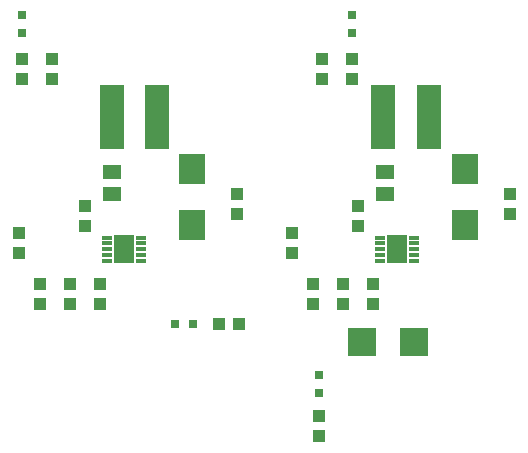
<source format=gtp>
G75*
%MOIN*%
%OFA0B0*%
%FSLAX25Y25*%
%IPPOS*%
%LPD*%
%AMOC8*
5,1,8,0,0,1.08239X$1,22.5*
%
%ADD10R,0.03150X0.03150*%
%ADD11R,0.03937X0.04331*%
%ADD12R,0.04331X0.03937*%
%ADD13R,0.09449X0.09449*%
%ADD14R,0.03200X0.01200*%
%ADD15R,0.06500X0.09400*%
%ADD16R,0.08661X0.09843*%
%ADD17R,0.08465X0.21654*%
%ADD18R,0.05906X0.05118*%
D10*
X0150647Y0056800D03*
X0156553Y0056800D03*
X0198600Y0039753D03*
X0198600Y0033847D03*
X0209600Y0153847D03*
X0209600Y0159753D03*
X0099600Y0159753D03*
X0099600Y0153847D03*
D11*
X0171100Y0100146D03*
X0171100Y0093454D03*
X0206600Y0070146D03*
X0206600Y0063454D03*
X0171946Y0056800D03*
X0165254Y0056800D03*
X0115600Y0063454D03*
X0115600Y0070146D03*
X0120600Y0089454D03*
X0120600Y0096146D03*
X0211600Y0096146D03*
X0211600Y0089454D03*
X0262100Y0093454D03*
X0262100Y0100146D03*
D12*
X0105600Y0063454D03*
X0105600Y0070146D03*
X0098600Y0080454D03*
X0098600Y0087146D03*
X0125600Y0070146D03*
X0125600Y0063454D03*
X0189600Y0080454D03*
X0189600Y0087146D03*
X0196600Y0070146D03*
X0196600Y0063454D03*
X0216600Y0063454D03*
X0216600Y0070146D03*
X0198600Y0026146D03*
X0198600Y0019454D03*
X0199600Y0138454D03*
X0209600Y0138454D03*
X0209600Y0145146D03*
X0199600Y0145146D03*
X0109600Y0145146D03*
X0109600Y0138454D03*
X0099600Y0138454D03*
X0099600Y0145146D03*
D13*
X0212939Y0050800D03*
X0230261Y0050800D03*
D14*
X0230300Y0077900D03*
X0230300Y0079800D03*
X0230300Y0081800D03*
X0230300Y0083800D03*
X0230300Y0085700D03*
X0218900Y0085700D03*
X0218900Y0083800D03*
X0218900Y0081800D03*
X0218900Y0079800D03*
X0218900Y0077900D03*
X0139300Y0077900D03*
X0139300Y0079800D03*
X0139300Y0081800D03*
X0139300Y0083800D03*
X0139300Y0085700D03*
X0127900Y0085700D03*
X0127900Y0083800D03*
X0127900Y0081800D03*
X0127900Y0079800D03*
X0127900Y0077900D03*
D15*
X0133600Y0081800D03*
X0224600Y0081800D03*
D16*
X0247100Y0090048D03*
X0247100Y0108552D03*
X0156100Y0108552D03*
X0156100Y0090048D03*
D17*
X0144679Y0125800D03*
X0129521Y0125800D03*
X0220021Y0125800D03*
X0235179Y0125800D03*
D18*
X0220600Y0107540D03*
X0220600Y0100060D03*
X0129600Y0100060D03*
X0129600Y0107540D03*
M02*

</source>
